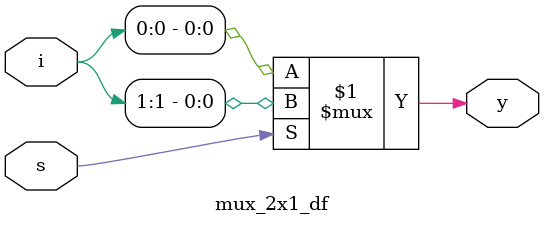
<source format=v>
`timescale 1ns / 1ps

module mux_2x1_df(y,s,i);
	output y;
	input[1:0] i;
	input s;
	
	assign y = s ? i[1] : i[0];

endmodule

</source>
